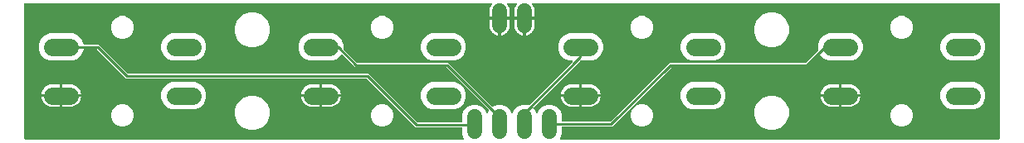
<source format=gbr>
G04 EAGLE Gerber RS-274X export*
G75*
%MOMM*%
%FSLAX34Y34*%
%LPD*%
%INTop Copper*%
%IPPOS*%
%AMOC8*
5,1,8,0,0,1.08239X$1,22.5*%
G01*
%ADD10C,1.790700*%
%ADD11C,1.524000*%
%ADD12C,0.250000*%

G36*
X450451Y2508D02*
X450451Y2508D01*
X450496Y2506D01*
X450571Y2528D01*
X450648Y2540D01*
X450689Y2562D01*
X450733Y2575D01*
X450797Y2619D01*
X450865Y2656D01*
X450897Y2689D01*
X450935Y2715D01*
X450981Y2778D01*
X451035Y2834D01*
X451054Y2876D01*
X451081Y2912D01*
X451106Y2986D01*
X451138Y3057D01*
X451143Y3103D01*
X451158Y3146D01*
X451157Y3224D01*
X451165Y3301D01*
X451156Y3346D01*
X451155Y3392D01*
X451117Y3524D01*
X451113Y3542D01*
X451111Y3546D01*
X451109Y3553D01*
X449279Y7970D01*
X449279Y14488D01*
X449276Y14508D01*
X449278Y14527D01*
X449256Y14629D01*
X449240Y14731D01*
X449230Y14748D01*
X449226Y14768D01*
X449173Y14857D01*
X449124Y14948D01*
X449110Y14962D01*
X449100Y14979D01*
X449021Y15046D01*
X448946Y15118D01*
X448928Y15126D01*
X448913Y15139D01*
X448817Y15178D01*
X448723Y15221D01*
X448703Y15223D01*
X448685Y15231D01*
X448518Y15249D01*
X401568Y15249D01*
X351791Y65026D01*
X351717Y65079D01*
X351647Y65139D01*
X351617Y65151D01*
X351591Y65170D01*
X351504Y65197D01*
X351419Y65231D01*
X351378Y65235D01*
X351356Y65242D01*
X351324Y65241D01*
X351252Y65249D01*
X106568Y65249D01*
X76899Y94918D01*
X76825Y94971D01*
X76755Y95031D01*
X76725Y95043D01*
X76699Y95062D01*
X76612Y95089D01*
X76527Y95123D01*
X76486Y95127D01*
X76464Y95134D01*
X76432Y95133D01*
X76360Y95141D01*
X63650Y95141D01*
X63535Y95122D01*
X63419Y95105D01*
X63413Y95103D01*
X63407Y95102D01*
X63304Y95047D01*
X63200Y94994D01*
X63195Y94989D01*
X63190Y94986D01*
X63110Y94902D01*
X63027Y94818D01*
X63024Y94812D01*
X63020Y94808D01*
X63012Y94791D01*
X62946Y94671D01*
X60799Y89488D01*
X56874Y85562D01*
X51745Y83438D01*
X28287Y83438D01*
X23158Y85562D01*
X19233Y89488D01*
X17108Y94616D01*
X17108Y100168D01*
X19233Y105296D01*
X23158Y109222D01*
X28287Y111346D01*
X51745Y111346D01*
X56874Y109222D01*
X60799Y105296D01*
X62946Y100113D01*
X63008Y100013D01*
X63068Y99913D01*
X63073Y99909D01*
X63076Y99904D01*
X63167Y99829D01*
X63255Y99753D01*
X63261Y99751D01*
X63266Y99747D01*
X63374Y99705D01*
X63483Y99661D01*
X63491Y99660D01*
X63495Y99659D01*
X63513Y99658D01*
X63650Y99643D01*
X78540Y99643D01*
X108209Y69974D01*
X108283Y69921D01*
X108353Y69861D01*
X108383Y69849D01*
X108409Y69830D01*
X108496Y69803D01*
X108581Y69769D01*
X108622Y69765D01*
X108644Y69758D01*
X108676Y69759D01*
X108748Y69751D01*
X353432Y69751D01*
X403209Y19974D01*
X403283Y19921D01*
X403353Y19861D01*
X403383Y19849D01*
X403409Y19830D01*
X403496Y19803D01*
X403581Y19769D01*
X403622Y19765D01*
X403644Y19758D01*
X403676Y19759D01*
X403748Y19751D01*
X448518Y19751D01*
X448538Y19754D01*
X448557Y19752D01*
X448659Y19774D01*
X448761Y19790D01*
X448778Y19800D01*
X448798Y19804D01*
X448887Y19857D01*
X448978Y19906D01*
X448992Y19920D01*
X449009Y19930D01*
X449076Y20009D01*
X449148Y20084D01*
X449156Y20102D01*
X449169Y20117D01*
X449208Y20213D01*
X449251Y20307D01*
X449253Y20327D01*
X449261Y20345D01*
X449279Y20512D01*
X449279Y28230D01*
X451201Y32869D01*
X454751Y36419D01*
X459390Y38341D01*
X464410Y38341D01*
X469049Y36419D01*
X472599Y32869D01*
X473897Y29737D01*
X473934Y29676D01*
X473964Y29611D01*
X473999Y29572D01*
X474026Y29528D01*
X474081Y29482D01*
X474130Y29429D01*
X474176Y29404D01*
X474216Y29371D01*
X474283Y29345D01*
X474346Y29311D01*
X474397Y29302D01*
X474445Y29283D01*
X474517Y29280D01*
X474588Y29267D01*
X474639Y29275D01*
X474691Y29273D01*
X474760Y29292D01*
X474831Y29303D01*
X474877Y29327D01*
X474927Y29341D01*
X474986Y29382D01*
X475050Y29414D01*
X475087Y29452D01*
X475129Y29481D01*
X475172Y29539D01*
X475222Y29590D01*
X475257Y29653D01*
X475276Y29679D01*
X475283Y29701D01*
X475303Y29737D01*
X476435Y32468D01*
X476461Y32581D01*
X476490Y32695D01*
X476489Y32701D01*
X476491Y32707D01*
X476480Y32824D01*
X476471Y32940D01*
X476468Y32946D01*
X476468Y32952D01*
X476420Y33060D01*
X476374Y33167D01*
X476370Y33172D01*
X476368Y33177D01*
X476355Y33191D01*
X476269Y33298D01*
X433291Y76276D01*
X433217Y76329D01*
X433147Y76389D01*
X433117Y76401D01*
X433091Y76420D01*
X433004Y76447D01*
X432919Y76481D01*
X432878Y76485D01*
X432856Y76492D01*
X432824Y76491D01*
X432752Y76499D01*
X340318Y76499D01*
X327053Y89764D01*
X327016Y89791D01*
X326985Y89825D01*
X326916Y89862D01*
X326853Y89907D01*
X326810Y89921D01*
X326769Y89943D01*
X326693Y89957D01*
X326618Y89980D01*
X326572Y89979D01*
X326527Y89987D01*
X326450Y89975D01*
X326372Y89973D01*
X326329Y89958D01*
X326284Y89951D01*
X326215Y89916D01*
X326141Y89889D01*
X326105Y89860D01*
X326065Y89839D01*
X326010Y89784D01*
X325949Y89735D01*
X325924Y89697D01*
X325892Y89664D01*
X325827Y89544D01*
X325816Y89528D01*
X325815Y89523D01*
X325811Y89517D01*
X325799Y89487D01*
X321874Y85562D01*
X316745Y83438D01*
X293287Y83438D01*
X288158Y85562D01*
X284233Y89488D01*
X282108Y94616D01*
X282108Y100168D01*
X284233Y105296D01*
X288158Y109222D01*
X293287Y111346D01*
X316745Y111346D01*
X321874Y109222D01*
X325799Y105296D01*
X327924Y100168D01*
X327924Y95575D01*
X327938Y95485D01*
X327946Y95394D01*
X327958Y95364D01*
X327963Y95332D01*
X328006Y95251D01*
X328042Y95167D01*
X328068Y95135D01*
X328079Y95114D01*
X328102Y95092D01*
X328147Y95036D01*
X341959Y81224D01*
X342033Y81171D01*
X342103Y81111D01*
X342133Y81099D01*
X342159Y81080D01*
X342246Y81053D01*
X342331Y81019D01*
X342372Y81015D01*
X342394Y81008D01*
X342426Y81009D01*
X342498Y81001D01*
X434932Y81001D01*
X436474Y79459D01*
X479341Y36592D01*
X479435Y36525D01*
X479529Y36454D01*
X479535Y36452D01*
X479540Y36449D01*
X479651Y36415D01*
X479763Y36378D01*
X479769Y36378D01*
X479775Y36376D01*
X479892Y36379D01*
X480009Y36381D01*
X480016Y36383D01*
X480021Y36383D01*
X480039Y36389D01*
X480170Y36427D01*
X484790Y38341D01*
X489810Y38341D01*
X494449Y36419D01*
X497999Y32869D01*
X499297Y29737D01*
X499334Y29676D01*
X499364Y29611D01*
X499399Y29572D01*
X499426Y29528D01*
X499481Y29482D01*
X499530Y29429D01*
X499576Y29404D01*
X499616Y29371D01*
X499683Y29345D01*
X499746Y29311D01*
X499797Y29302D01*
X499845Y29283D01*
X499917Y29280D01*
X499988Y29267D01*
X500039Y29275D01*
X500091Y29273D01*
X500160Y29292D01*
X500231Y29303D01*
X500277Y29327D01*
X500327Y29341D01*
X500386Y29382D01*
X500450Y29414D01*
X500487Y29452D01*
X500529Y29481D01*
X500572Y29539D01*
X500622Y29590D01*
X500657Y29653D01*
X500676Y29679D01*
X500683Y29701D01*
X500703Y29737D01*
X502001Y32869D01*
X505551Y36419D01*
X510190Y38341D01*
X515210Y38341D01*
X516825Y37672D01*
X516938Y37645D01*
X517052Y37617D01*
X517058Y37617D01*
X517064Y37616D01*
X517181Y37627D01*
X517297Y37636D01*
X517303Y37638D01*
X517309Y37639D01*
X517416Y37687D01*
X517523Y37732D01*
X517529Y37737D01*
X517534Y37739D01*
X517547Y37752D01*
X517654Y37837D01*
X561955Y82138D01*
X561997Y82196D01*
X562046Y82248D01*
X562068Y82296D01*
X562099Y82338D01*
X562120Y82406D01*
X562150Y82472D01*
X562156Y82523D01*
X562171Y82573D01*
X562169Y82645D01*
X562177Y82716D01*
X562166Y82767D01*
X562165Y82819D01*
X562140Y82886D01*
X562125Y82956D01*
X562098Y83001D01*
X562080Y83050D01*
X562035Y83106D01*
X561999Y83167D01*
X561959Y83201D01*
X561927Y83242D01*
X561866Y83281D01*
X561812Y83327D01*
X561763Y83347D01*
X561720Y83375D01*
X561650Y83392D01*
X561584Y83419D01*
X561512Y83427D01*
X561481Y83435D01*
X561458Y83433D01*
X561417Y83438D01*
X558287Y83438D01*
X553158Y85562D01*
X549233Y89488D01*
X547108Y94616D01*
X547108Y100168D01*
X549233Y105296D01*
X553158Y109222D01*
X558287Y111346D01*
X581745Y111346D01*
X586874Y109222D01*
X590799Y105296D01*
X592924Y100168D01*
X592924Y94616D01*
X590799Y89488D01*
X586874Y85562D01*
X581745Y83438D01*
X569936Y83438D01*
X569846Y83423D01*
X569755Y83416D01*
X569725Y83403D01*
X569693Y83398D01*
X569613Y83355D01*
X569529Y83320D01*
X569497Y83294D01*
X569476Y83283D01*
X569454Y83260D01*
X569398Y83215D01*
X521764Y35581D01*
X521752Y35565D01*
X521737Y35552D01*
X521681Y35465D01*
X521620Y35381D01*
X521615Y35362D01*
X521604Y35345D01*
X521578Y35245D01*
X521548Y35146D01*
X521549Y35126D01*
X521544Y35107D01*
X521552Y35004D01*
X521554Y34900D01*
X521561Y34881D01*
X521563Y34862D01*
X521603Y34767D01*
X521639Y34669D01*
X521651Y34654D01*
X521659Y34635D01*
X521764Y34504D01*
X523399Y32869D01*
X524697Y29737D01*
X524734Y29676D01*
X524764Y29611D01*
X524799Y29572D01*
X524826Y29528D01*
X524881Y29482D01*
X524930Y29429D01*
X524976Y29404D01*
X525016Y29371D01*
X525083Y29345D01*
X525146Y29311D01*
X525197Y29302D01*
X525245Y29283D01*
X525317Y29280D01*
X525388Y29267D01*
X525439Y29275D01*
X525491Y29273D01*
X525560Y29292D01*
X525631Y29303D01*
X525677Y29327D01*
X525727Y29341D01*
X525786Y29382D01*
X525850Y29414D01*
X525887Y29452D01*
X525929Y29481D01*
X525972Y29539D01*
X526022Y29590D01*
X526057Y29653D01*
X526076Y29679D01*
X526083Y29701D01*
X526103Y29737D01*
X527401Y32869D01*
X530951Y36419D01*
X535590Y38341D01*
X540610Y38341D01*
X545249Y36419D01*
X548799Y32869D01*
X550721Y28230D01*
X550721Y21387D01*
X550724Y21367D01*
X550722Y21348D01*
X550744Y21246D01*
X550760Y21144D01*
X550770Y21127D01*
X550774Y21107D01*
X550827Y21018D01*
X550876Y20927D01*
X550890Y20913D01*
X550900Y20896D01*
X550979Y20829D01*
X551054Y20757D01*
X551072Y20749D01*
X551087Y20736D01*
X551183Y20697D01*
X551277Y20654D01*
X551297Y20652D01*
X551315Y20644D01*
X551482Y20626D01*
X599877Y20626D01*
X599967Y20640D01*
X600058Y20648D01*
X600088Y20660D01*
X600120Y20665D01*
X600201Y20708D01*
X600285Y20744D01*
X600317Y20770D01*
X600338Y20781D01*
X600360Y20804D01*
X600416Y20849D01*
X660568Y81001D01*
X799377Y81001D01*
X799467Y81015D01*
X799558Y81023D01*
X799588Y81035D01*
X799620Y81040D01*
X799701Y81083D01*
X799785Y81119D01*
X799817Y81145D01*
X799838Y81156D01*
X799860Y81179D01*
X799916Y81224D01*
X812100Y93408D01*
X812168Y93502D01*
X812238Y93597D01*
X812240Y93603D01*
X812244Y93608D01*
X812278Y93719D01*
X812314Y93831D01*
X812314Y93837D01*
X812316Y93843D01*
X812313Y93960D01*
X812312Y94077D01*
X812310Y94084D01*
X812310Y94089D01*
X812303Y94106D01*
X812265Y94238D01*
X812108Y94616D01*
X812108Y100168D01*
X814233Y105296D01*
X818158Y109222D01*
X823287Y111346D01*
X846745Y111346D01*
X851874Y109222D01*
X855799Y105296D01*
X857924Y100168D01*
X857924Y94616D01*
X855799Y89488D01*
X851874Y85562D01*
X846745Y83438D01*
X823287Y83438D01*
X818158Y85562D01*
X814927Y88793D01*
X814911Y88804D01*
X814899Y88820D01*
X814812Y88876D01*
X814728Y88936D01*
X814709Y88942D01*
X814692Y88953D01*
X814591Y88978D01*
X814493Y89009D01*
X814473Y89008D01*
X814453Y89013D01*
X814350Y89005D01*
X814247Y89002D01*
X814228Y88995D01*
X814208Y88994D01*
X814113Y88954D01*
X814016Y88918D01*
X814000Y88905D01*
X813982Y88898D01*
X813851Y88793D01*
X801557Y76499D01*
X662748Y76499D01*
X662658Y76485D01*
X662567Y76477D01*
X662537Y76465D01*
X662505Y76460D01*
X662424Y76417D01*
X662340Y76381D01*
X662308Y76355D01*
X662287Y76344D01*
X662265Y76321D01*
X662209Y76276D01*
X602057Y16124D01*
X551482Y16124D01*
X551462Y16121D01*
X551443Y16123D01*
X551341Y16101D01*
X551239Y16085D01*
X551222Y16075D01*
X551202Y16071D01*
X551113Y16018D01*
X551022Y15969D01*
X551008Y15955D01*
X550991Y15945D01*
X550924Y15866D01*
X550852Y15791D01*
X550844Y15773D01*
X550831Y15758D01*
X550792Y15662D01*
X550749Y15568D01*
X550747Y15548D01*
X550739Y15530D01*
X550721Y15363D01*
X550721Y7970D01*
X548891Y3553D01*
X548881Y3509D01*
X548862Y3467D01*
X548853Y3390D01*
X548835Y3314D01*
X548840Y3268D01*
X548835Y3223D01*
X548851Y3146D01*
X548858Y3069D01*
X548877Y3027D01*
X548887Y2982D01*
X548927Y2915D01*
X548958Y2844D01*
X548989Y2810D01*
X549013Y2771D01*
X549072Y2720D01*
X549125Y2663D01*
X549165Y2641D01*
X549200Y2611D01*
X549272Y2582D01*
X549340Y2545D01*
X549385Y2536D01*
X549428Y2519D01*
X549564Y2504D01*
X549582Y2501D01*
X549587Y2502D01*
X549595Y2501D01*
X996738Y2501D01*
X996758Y2504D01*
X996777Y2502D01*
X996879Y2524D01*
X996981Y2540D01*
X996998Y2550D01*
X997018Y2554D01*
X997107Y2607D01*
X997198Y2656D01*
X997212Y2670D01*
X997229Y2680D01*
X997296Y2759D01*
X997368Y2834D01*
X997376Y2852D01*
X997389Y2867D01*
X997428Y2963D01*
X997471Y3057D01*
X997473Y3077D01*
X997481Y3095D01*
X997499Y3262D01*
X997499Y141738D01*
X997496Y141758D01*
X997498Y141777D01*
X997476Y141879D01*
X997460Y141981D01*
X997450Y141998D01*
X997446Y142018D01*
X997393Y142107D01*
X997344Y142198D01*
X997330Y142212D01*
X997320Y142229D01*
X997241Y142296D01*
X997166Y142368D01*
X997148Y142376D01*
X997133Y142389D01*
X997037Y142428D01*
X996943Y142471D01*
X996923Y142473D01*
X996905Y142481D01*
X996738Y142499D01*
X520871Y142499D01*
X520801Y142488D01*
X520729Y142486D01*
X520680Y142468D01*
X520629Y142460D01*
X520565Y142426D01*
X520498Y142401D01*
X520457Y142369D01*
X520411Y142344D01*
X520362Y142293D01*
X520306Y142248D01*
X520278Y142204D01*
X520242Y142166D01*
X520212Y142101D01*
X520173Y142041D01*
X520160Y141990D01*
X520138Y141943D01*
X520130Y141872D01*
X520113Y141802D01*
X520117Y141750D01*
X520111Y141699D01*
X520126Y141628D01*
X520132Y141557D01*
X520152Y141509D01*
X520163Y141458D01*
X520200Y141397D01*
X520228Y141331D01*
X520273Y141275D01*
X520290Y141247D01*
X520307Y141232D01*
X520333Y141200D01*
X520420Y141113D01*
X521356Y139824D01*
X522079Y138405D01*
X522572Y136890D01*
X522821Y135317D01*
X522821Y128423D01*
X513462Y128423D01*
X513442Y128420D01*
X513423Y128422D01*
X513321Y128400D01*
X513219Y128383D01*
X513202Y128374D01*
X513182Y128370D01*
X513093Y128317D01*
X513002Y128268D01*
X512988Y128254D01*
X512971Y128244D01*
X512904Y128165D01*
X512833Y128090D01*
X512824Y128072D01*
X512811Y128057D01*
X512773Y127961D01*
X512729Y127867D01*
X512727Y127847D01*
X512719Y127829D01*
X512701Y127662D01*
X512701Y126899D01*
X512699Y126899D01*
X512699Y127662D01*
X512696Y127682D01*
X512698Y127701D01*
X512676Y127803D01*
X512659Y127905D01*
X512650Y127922D01*
X512646Y127942D01*
X512593Y128031D01*
X512544Y128122D01*
X512530Y128136D01*
X512520Y128153D01*
X512441Y128220D01*
X512366Y128291D01*
X512348Y128300D01*
X512333Y128313D01*
X512237Y128352D01*
X512143Y128395D01*
X512123Y128397D01*
X512105Y128405D01*
X511938Y128423D01*
X502579Y128423D01*
X502579Y135317D01*
X502828Y136890D01*
X503321Y138405D01*
X504044Y139824D01*
X504980Y141113D01*
X505067Y141200D01*
X505109Y141258D01*
X505158Y141310D01*
X505180Y141357D01*
X505210Y141399D01*
X505231Y141468D01*
X505262Y141533D01*
X505267Y141585D01*
X505283Y141634D01*
X505281Y141706D01*
X505289Y141777D01*
X505278Y141828D01*
X505276Y141880D01*
X505252Y141948D01*
X505237Y142018D01*
X505210Y142063D01*
X505192Y142111D01*
X505147Y142167D01*
X505110Y142229D01*
X505071Y142263D01*
X505038Y142303D01*
X504978Y142342D01*
X504923Y142389D01*
X504875Y142408D01*
X504831Y142436D01*
X504762Y142454D01*
X504695Y142481D01*
X504624Y142489D01*
X504593Y142497D01*
X504570Y142495D01*
X504529Y142499D01*
X495471Y142499D01*
X495401Y142488D01*
X495329Y142486D01*
X495280Y142468D01*
X495229Y142460D01*
X495165Y142426D01*
X495098Y142401D01*
X495057Y142369D01*
X495011Y142344D01*
X494962Y142293D01*
X494906Y142248D01*
X494878Y142204D01*
X494842Y142166D01*
X494812Y142101D01*
X494773Y142041D01*
X494760Y141990D01*
X494738Y141943D01*
X494730Y141872D01*
X494713Y141802D01*
X494717Y141750D01*
X494711Y141699D01*
X494726Y141628D01*
X494732Y141557D01*
X494752Y141509D01*
X494763Y141458D01*
X494800Y141397D01*
X494828Y141331D01*
X494873Y141275D01*
X494890Y141247D01*
X494907Y141232D01*
X494933Y141200D01*
X495020Y141113D01*
X495956Y139824D01*
X496679Y138405D01*
X497172Y136890D01*
X497421Y135317D01*
X497421Y128423D01*
X488062Y128423D01*
X488042Y128420D01*
X488023Y128422D01*
X487921Y128400D01*
X487819Y128383D01*
X487802Y128374D01*
X487782Y128370D01*
X487693Y128317D01*
X487602Y128268D01*
X487588Y128254D01*
X487571Y128244D01*
X487504Y128165D01*
X487433Y128090D01*
X487424Y128072D01*
X487411Y128057D01*
X487373Y127961D01*
X487329Y127867D01*
X487327Y127847D01*
X487319Y127829D01*
X487301Y127662D01*
X487301Y126899D01*
X487299Y126899D01*
X487299Y127662D01*
X487296Y127682D01*
X487298Y127701D01*
X487276Y127803D01*
X487259Y127905D01*
X487250Y127922D01*
X487246Y127942D01*
X487193Y128031D01*
X487144Y128122D01*
X487130Y128136D01*
X487120Y128153D01*
X487041Y128220D01*
X486966Y128291D01*
X486948Y128300D01*
X486933Y128313D01*
X486837Y128352D01*
X486743Y128395D01*
X486723Y128397D01*
X486705Y128405D01*
X486538Y128423D01*
X477179Y128423D01*
X477179Y135317D01*
X477428Y136890D01*
X477921Y138405D01*
X478644Y139824D01*
X479580Y141113D01*
X479667Y141200D01*
X479709Y141258D01*
X479758Y141310D01*
X479780Y141357D01*
X479810Y141399D01*
X479831Y141468D01*
X479862Y141533D01*
X479867Y141585D01*
X479883Y141634D01*
X479881Y141706D01*
X479889Y141777D01*
X479878Y141828D01*
X479876Y141880D01*
X479852Y141948D01*
X479837Y142018D01*
X479810Y142063D01*
X479792Y142111D01*
X479747Y142167D01*
X479710Y142229D01*
X479671Y142263D01*
X479638Y142303D01*
X479578Y142342D01*
X479523Y142389D01*
X479475Y142408D01*
X479431Y142436D01*
X479362Y142454D01*
X479295Y142481D01*
X479224Y142489D01*
X479193Y142497D01*
X479170Y142495D01*
X479129Y142499D01*
X3262Y142499D01*
X3242Y142496D01*
X3223Y142498D01*
X3121Y142476D01*
X3019Y142460D01*
X3002Y142450D01*
X2982Y142446D01*
X2893Y142393D01*
X2802Y142344D01*
X2788Y142330D01*
X2771Y142320D01*
X2704Y142241D01*
X2632Y142166D01*
X2624Y142148D01*
X2611Y142133D01*
X2572Y142037D01*
X2529Y141943D01*
X2527Y141923D01*
X2519Y141905D01*
X2501Y141738D01*
X2501Y3262D01*
X2504Y3242D01*
X2502Y3223D01*
X2524Y3121D01*
X2540Y3019D01*
X2550Y3002D01*
X2554Y2982D01*
X2607Y2893D01*
X2656Y2802D01*
X2670Y2788D01*
X2680Y2771D01*
X2759Y2704D01*
X2834Y2632D01*
X2852Y2624D01*
X2867Y2611D01*
X2963Y2572D01*
X3057Y2529D01*
X3077Y2527D01*
X3095Y2519D01*
X3262Y2501D01*
X450405Y2501D01*
X450451Y2508D01*
G37*
%LPC*%
G36*
X418255Y83438D02*
X418255Y83438D01*
X413126Y85562D01*
X409201Y89488D01*
X407076Y94616D01*
X407076Y100168D01*
X409201Y105296D01*
X413126Y109222D01*
X418255Y111346D01*
X441713Y111346D01*
X446842Y109222D01*
X450767Y105296D01*
X452892Y100168D01*
X452892Y94616D01*
X450767Y89488D01*
X446842Y85562D01*
X441713Y83438D01*
X418255Y83438D01*
G37*
%LPD*%
%LPC*%
G36*
X153255Y83438D02*
X153255Y83438D01*
X148126Y85562D01*
X144201Y89488D01*
X142076Y94616D01*
X142076Y100168D01*
X144201Y105296D01*
X148126Y109222D01*
X153255Y111346D01*
X176713Y111346D01*
X181842Y109222D01*
X185767Y105296D01*
X187892Y100168D01*
X187892Y94616D01*
X185767Y89488D01*
X181842Y85562D01*
X176713Y83438D01*
X153255Y83438D01*
G37*
%LPD*%
%LPC*%
G36*
X948255Y83438D02*
X948255Y83438D01*
X943126Y85562D01*
X939201Y89488D01*
X937076Y94616D01*
X937076Y100168D01*
X939201Y105296D01*
X943126Y109222D01*
X948255Y111346D01*
X971713Y111346D01*
X976842Y109222D01*
X980767Y105296D01*
X982892Y100168D01*
X982892Y94616D01*
X980767Y89488D01*
X976842Y85562D01*
X971713Y83438D01*
X948255Y83438D01*
G37*
%LPD*%
%LPC*%
G36*
X683255Y83438D02*
X683255Y83438D01*
X678126Y85562D01*
X674201Y89488D01*
X672076Y94616D01*
X672076Y100168D01*
X674201Y105296D01*
X678126Y109222D01*
X683255Y111346D01*
X706713Y111346D01*
X711842Y109222D01*
X715767Y105296D01*
X717892Y100168D01*
X717892Y94616D01*
X715767Y89488D01*
X711842Y85562D01*
X706713Y83438D01*
X683255Y83438D01*
G37*
%LPD*%
%LPC*%
G36*
X418255Y33654D02*
X418255Y33654D01*
X413126Y35778D01*
X409201Y39704D01*
X407076Y44832D01*
X407076Y50384D01*
X409201Y55512D01*
X413126Y59438D01*
X418255Y61562D01*
X441713Y61562D01*
X446842Y59438D01*
X450767Y55512D01*
X452892Y50384D01*
X452892Y44832D01*
X450767Y39704D01*
X446842Y35778D01*
X441713Y33654D01*
X418255Y33654D01*
G37*
%LPD*%
%LPC*%
G36*
X153255Y33654D02*
X153255Y33654D01*
X148126Y35778D01*
X144201Y39704D01*
X142076Y44832D01*
X142076Y50384D01*
X144201Y55512D01*
X148126Y59438D01*
X153255Y61562D01*
X176713Y61562D01*
X181842Y59438D01*
X185767Y55512D01*
X187892Y50384D01*
X187892Y44832D01*
X185767Y39704D01*
X181842Y35778D01*
X176713Y33654D01*
X153255Y33654D01*
G37*
%LPD*%
%LPC*%
G36*
X948255Y33654D02*
X948255Y33654D01*
X943126Y35778D01*
X939201Y39704D01*
X937076Y44832D01*
X937076Y50384D01*
X939201Y55512D01*
X943126Y59438D01*
X948255Y61562D01*
X971713Y61562D01*
X976842Y59438D01*
X980767Y55512D01*
X982892Y50384D01*
X982892Y44832D01*
X980767Y39704D01*
X976842Y35778D01*
X971713Y33654D01*
X948255Y33654D01*
G37*
%LPD*%
%LPC*%
G36*
X683255Y33654D02*
X683255Y33654D01*
X678126Y35778D01*
X674201Y39704D01*
X672076Y44832D01*
X672076Y50384D01*
X674201Y55512D01*
X678126Y59438D01*
X683255Y61562D01*
X706713Y61562D01*
X711842Y59438D01*
X715767Y55512D01*
X717892Y50384D01*
X717892Y44832D01*
X715767Y39704D01*
X711842Y35778D01*
X706713Y33654D01*
X683255Y33654D01*
G37*
%LPD*%
%LPC*%
G36*
X761519Y97499D02*
X761519Y97499D01*
X755087Y100164D01*
X750164Y105087D01*
X747499Y111519D01*
X747499Y118481D01*
X750164Y124913D01*
X755087Y129836D01*
X761519Y132501D01*
X768481Y132501D01*
X774913Y129836D01*
X779836Y124913D01*
X782501Y118481D01*
X782501Y111519D01*
X779836Y105087D01*
X774913Y100164D01*
X768481Y97499D01*
X761519Y97499D01*
G37*
%LPD*%
%LPC*%
G36*
X231519Y97499D02*
X231519Y97499D01*
X225087Y100164D01*
X220164Y105087D01*
X217499Y111519D01*
X217499Y118481D01*
X220164Y124913D01*
X225087Y129836D01*
X231519Y132501D01*
X238481Y132501D01*
X244913Y129836D01*
X249836Y124913D01*
X252501Y118481D01*
X252501Y111519D01*
X249836Y105087D01*
X244913Y100164D01*
X238481Y97499D01*
X231519Y97499D01*
G37*
%LPD*%
%LPC*%
G36*
X231519Y12499D02*
X231519Y12499D01*
X225087Y15164D01*
X220164Y20087D01*
X217499Y26519D01*
X217499Y33481D01*
X220164Y39913D01*
X225087Y44836D01*
X231519Y47501D01*
X238481Y47501D01*
X244913Y44836D01*
X249836Y39913D01*
X252501Y33481D01*
X252501Y26519D01*
X249836Y20087D01*
X244913Y15164D01*
X238481Y12499D01*
X231519Y12499D01*
G37*
%LPD*%
%LPC*%
G36*
X761519Y12499D02*
X761519Y12499D01*
X755087Y15164D01*
X750164Y20087D01*
X747499Y26519D01*
X747499Y33481D01*
X750164Y39913D01*
X755087Y44836D01*
X761519Y47501D01*
X768481Y47501D01*
X774913Y44836D01*
X779836Y39913D01*
X782501Y33481D01*
X782501Y26519D01*
X779836Y20087D01*
X774913Y15164D01*
X768481Y12499D01*
X761519Y12499D01*
G37*
%LPD*%
%LPC*%
G36*
X100209Y105940D02*
X100209Y105940D01*
X95976Y107694D01*
X92736Y110934D01*
X90982Y115167D01*
X90982Y119749D01*
X92736Y123982D01*
X95976Y127222D01*
X100209Y128976D01*
X104791Y128976D01*
X109024Y127222D01*
X112264Y123982D01*
X114018Y119749D01*
X114018Y115167D01*
X112264Y110934D01*
X109024Y107694D01*
X104791Y105940D01*
X100209Y105940D01*
G37*
%LPD*%
%LPC*%
G36*
X630209Y105940D02*
X630209Y105940D01*
X625976Y107694D01*
X622736Y110934D01*
X620982Y115167D01*
X620982Y119749D01*
X622736Y123982D01*
X625976Y127222D01*
X630209Y128976D01*
X634791Y128976D01*
X639024Y127222D01*
X642264Y123982D01*
X644018Y119749D01*
X644018Y115167D01*
X642264Y110934D01*
X639024Y107694D01*
X634791Y105940D01*
X630209Y105940D01*
G37*
%LPD*%
%LPC*%
G36*
X895209Y105940D02*
X895209Y105940D01*
X890976Y107694D01*
X887736Y110934D01*
X885982Y115167D01*
X885982Y119749D01*
X887736Y123982D01*
X890976Y127222D01*
X895209Y128976D01*
X899791Y128976D01*
X904024Y127222D01*
X907264Y123982D01*
X909018Y119749D01*
X909018Y115167D01*
X907264Y110934D01*
X904024Y107694D01*
X899791Y105940D01*
X895209Y105940D01*
G37*
%LPD*%
%LPC*%
G36*
X365209Y105940D02*
X365209Y105940D01*
X360976Y107694D01*
X357736Y110934D01*
X355982Y115167D01*
X355982Y119749D01*
X357736Y123982D01*
X360976Y127222D01*
X365209Y128976D01*
X369791Y128976D01*
X374024Y127222D01*
X377264Y123982D01*
X379018Y119749D01*
X379018Y115167D01*
X377264Y110934D01*
X374024Y107694D01*
X369791Y105940D01*
X365209Y105940D01*
G37*
%LPD*%
%LPC*%
G36*
X100209Y16024D02*
X100209Y16024D01*
X95976Y17778D01*
X92736Y21018D01*
X90982Y25251D01*
X90982Y29833D01*
X92736Y34066D01*
X95976Y37306D01*
X100209Y39060D01*
X104791Y39060D01*
X109024Y37306D01*
X112264Y34066D01*
X114018Y29833D01*
X114018Y25251D01*
X112264Y21018D01*
X109024Y17778D01*
X104791Y16024D01*
X100209Y16024D01*
G37*
%LPD*%
%LPC*%
G36*
X365209Y16024D02*
X365209Y16024D01*
X360976Y17778D01*
X357736Y21018D01*
X355982Y25251D01*
X355982Y29833D01*
X357736Y34066D01*
X360976Y37306D01*
X365209Y39060D01*
X369791Y39060D01*
X374024Y37306D01*
X377264Y34066D01*
X379018Y29833D01*
X379018Y25251D01*
X377264Y21018D01*
X374024Y17778D01*
X369791Y16024D01*
X365209Y16024D01*
G37*
%LPD*%
%LPC*%
G36*
X630209Y16024D02*
X630209Y16024D01*
X625976Y17778D01*
X622736Y21018D01*
X620982Y25251D01*
X620982Y29833D01*
X622736Y34066D01*
X625976Y37306D01*
X630209Y39060D01*
X634791Y39060D01*
X639024Y37306D01*
X642264Y34066D01*
X644018Y29833D01*
X644018Y25251D01*
X642264Y21018D01*
X639024Y17778D01*
X634791Y16024D01*
X630209Y16024D01*
G37*
%LPD*%
%LPC*%
G36*
X895209Y16024D02*
X895209Y16024D01*
X890976Y17778D01*
X887736Y21018D01*
X885982Y25251D01*
X885982Y29833D01*
X887736Y34066D01*
X890976Y37306D01*
X895209Y39060D01*
X899791Y39060D01*
X904024Y37306D01*
X907264Y34066D01*
X909018Y29833D01*
X909018Y25251D01*
X907264Y21018D01*
X904024Y17778D01*
X899791Y16024D01*
X895209Y16024D01*
G37*
%LPD*%
%LPC*%
G36*
X571539Y49131D02*
X571539Y49131D01*
X571539Y59062D01*
X579871Y59062D01*
X581652Y58780D01*
X583366Y58223D01*
X584973Y57405D01*
X586431Y56345D01*
X587706Y55070D01*
X588766Y53611D01*
X589585Y52005D01*
X590142Y50290D01*
X590325Y49131D01*
X571539Y49131D01*
G37*
%LPD*%
%LPC*%
G36*
X836539Y49131D02*
X836539Y49131D01*
X836539Y59062D01*
X844871Y59062D01*
X846652Y58780D01*
X848366Y58223D01*
X849973Y57405D01*
X851431Y56345D01*
X852706Y55070D01*
X853766Y53611D01*
X854585Y52005D01*
X855142Y50290D01*
X855325Y49131D01*
X836539Y49131D01*
G37*
%LPD*%
%LPC*%
G36*
X41539Y49131D02*
X41539Y49131D01*
X41539Y59062D01*
X49871Y59062D01*
X51652Y58780D01*
X53366Y58223D01*
X54973Y57405D01*
X56431Y56345D01*
X57706Y55070D01*
X58766Y53611D01*
X59585Y52005D01*
X60142Y50290D01*
X60325Y49131D01*
X41539Y49131D01*
G37*
%LPD*%
%LPC*%
G36*
X306539Y49131D02*
X306539Y49131D01*
X306539Y59062D01*
X314871Y59062D01*
X316652Y58780D01*
X318366Y58223D01*
X319973Y57405D01*
X321431Y56345D01*
X322706Y55070D01*
X323766Y53611D01*
X324585Y52005D01*
X325142Y50290D01*
X325325Y49131D01*
X306539Y49131D01*
G37*
%LPD*%
%LPC*%
G36*
X284707Y49131D02*
X284707Y49131D01*
X284890Y50290D01*
X285447Y52005D01*
X286266Y53611D01*
X287326Y55070D01*
X288601Y56345D01*
X290059Y57405D01*
X291666Y58223D01*
X293380Y58780D01*
X295161Y59062D01*
X303493Y59062D01*
X303493Y49131D01*
X284707Y49131D01*
G37*
%LPD*%
%LPC*%
G36*
X19707Y49131D02*
X19707Y49131D01*
X19890Y50290D01*
X20447Y52005D01*
X21266Y53611D01*
X22326Y55070D01*
X23601Y56345D01*
X25059Y57405D01*
X26666Y58223D01*
X28380Y58780D01*
X30161Y59062D01*
X38493Y59062D01*
X38493Y49131D01*
X19707Y49131D01*
G37*
%LPD*%
%LPC*%
G36*
X549707Y49131D02*
X549707Y49131D01*
X549890Y50290D01*
X550447Y52005D01*
X551266Y53611D01*
X552326Y55070D01*
X553601Y56345D01*
X555059Y57405D01*
X556666Y58223D01*
X558380Y58780D01*
X560161Y59062D01*
X568493Y59062D01*
X568493Y49131D01*
X549707Y49131D01*
G37*
%LPD*%
%LPC*%
G36*
X814707Y49131D02*
X814707Y49131D01*
X814890Y50290D01*
X815447Y52005D01*
X816266Y53611D01*
X817326Y55070D01*
X818601Y56345D01*
X820059Y57405D01*
X821666Y58223D01*
X823380Y58780D01*
X825161Y59062D01*
X833493Y59062D01*
X833493Y49131D01*
X814707Y49131D01*
G37*
%LPD*%
%LPC*%
G36*
X836539Y36154D02*
X836539Y36154D01*
X836539Y46085D01*
X855325Y46085D01*
X855142Y44926D01*
X854585Y43211D01*
X853766Y41605D01*
X852706Y40146D01*
X851431Y38871D01*
X849973Y37811D01*
X848366Y36993D01*
X846652Y36436D01*
X844871Y36154D01*
X836539Y36154D01*
G37*
%LPD*%
%LPC*%
G36*
X41539Y36154D02*
X41539Y36154D01*
X41539Y46085D01*
X60325Y46085D01*
X60142Y44926D01*
X59585Y43211D01*
X58766Y41605D01*
X57706Y40146D01*
X56431Y38871D01*
X54973Y37811D01*
X53366Y36993D01*
X51652Y36436D01*
X49871Y36154D01*
X41539Y36154D01*
G37*
%LPD*%
%LPC*%
G36*
X571539Y36154D02*
X571539Y36154D01*
X571539Y46085D01*
X590325Y46085D01*
X590142Y44926D01*
X589585Y43211D01*
X588766Y41605D01*
X587706Y40146D01*
X586431Y38871D01*
X584973Y37811D01*
X583366Y36993D01*
X581652Y36436D01*
X579871Y36154D01*
X571539Y36154D01*
G37*
%LPD*%
%LPC*%
G36*
X306539Y36154D02*
X306539Y36154D01*
X306539Y46085D01*
X325325Y46085D01*
X325142Y44926D01*
X324585Y43211D01*
X323766Y41605D01*
X322706Y40146D01*
X321431Y38871D01*
X319973Y37811D01*
X318366Y36993D01*
X316652Y36436D01*
X314871Y36154D01*
X306539Y36154D01*
G37*
%LPD*%
%LPC*%
G36*
X560161Y36154D02*
X560161Y36154D01*
X558380Y36436D01*
X556666Y36993D01*
X555059Y37811D01*
X553601Y38871D01*
X552326Y40146D01*
X551266Y41605D01*
X550447Y43211D01*
X549890Y44926D01*
X549707Y46085D01*
X568493Y46085D01*
X568493Y36154D01*
X560161Y36154D01*
G37*
%LPD*%
%LPC*%
G36*
X825161Y36154D02*
X825161Y36154D01*
X823380Y36436D01*
X821666Y36993D01*
X820059Y37811D01*
X818601Y38871D01*
X817326Y40146D01*
X816266Y41605D01*
X815447Y43211D01*
X814890Y44926D01*
X814707Y46085D01*
X833493Y46085D01*
X833493Y36154D01*
X825161Y36154D01*
G37*
%LPD*%
%LPC*%
G36*
X30161Y36154D02*
X30161Y36154D01*
X28380Y36436D01*
X26666Y36993D01*
X25059Y37811D01*
X23601Y38871D01*
X22326Y40146D01*
X21266Y41605D01*
X20447Y43211D01*
X19890Y44926D01*
X19707Y46085D01*
X38493Y46085D01*
X38493Y36154D01*
X30161Y36154D01*
G37*
%LPD*%
%LPC*%
G36*
X295161Y36154D02*
X295161Y36154D01*
X293380Y36436D01*
X291666Y36993D01*
X290059Y37811D01*
X288601Y38871D01*
X287326Y40146D01*
X286266Y41605D01*
X285447Y43211D01*
X284890Y44926D01*
X284707Y46085D01*
X303493Y46085D01*
X303493Y36154D01*
X295161Y36154D01*
G37*
%LPD*%
%LPC*%
G36*
X488823Y125377D02*
X488823Y125377D01*
X497421Y125377D01*
X497421Y118483D01*
X497172Y116910D01*
X496679Y115395D01*
X495956Y113976D01*
X495020Y112687D01*
X493893Y111560D01*
X492604Y110624D01*
X491185Y109901D01*
X489670Y109408D01*
X488823Y109274D01*
X488823Y125377D01*
G37*
%LPD*%
%LPC*%
G36*
X514223Y125377D02*
X514223Y125377D01*
X522821Y125377D01*
X522821Y118483D01*
X522572Y116910D01*
X522079Y115395D01*
X521356Y113976D01*
X520420Y112687D01*
X519293Y111560D01*
X518004Y110624D01*
X516585Y109901D01*
X515070Y109408D01*
X514223Y109274D01*
X514223Y125377D01*
G37*
%LPD*%
%LPC*%
G36*
X510330Y109408D02*
X510330Y109408D01*
X508815Y109901D01*
X507396Y110624D01*
X506107Y111560D01*
X504980Y112687D01*
X504044Y113976D01*
X503321Y115395D01*
X502828Y116910D01*
X502579Y118483D01*
X502579Y125377D01*
X511177Y125377D01*
X511177Y109274D01*
X510330Y109408D01*
G37*
%LPD*%
%LPC*%
G36*
X484930Y109408D02*
X484930Y109408D01*
X483415Y109901D01*
X481996Y110624D01*
X480707Y111560D01*
X479580Y112687D01*
X478644Y113976D01*
X477921Y115395D01*
X477428Y116910D01*
X477179Y118483D01*
X477179Y125377D01*
X485777Y125377D01*
X485777Y109274D01*
X484930Y109408D01*
G37*
%LPD*%
%LPC*%
G36*
X40015Y47607D02*
X40015Y47607D01*
X40015Y47609D01*
X40017Y47609D01*
X40017Y47607D01*
X40015Y47607D01*
G37*
%LPD*%
%LPC*%
G36*
X835015Y47607D02*
X835015Y47607D01*
X835015Y47609D01*
X835017Y47609D01*
X835017Y47607D01*
X835015Y47607D01*
G37*
%LPD*%
%LPC*%
G36*
X305015Y47607D02*
X305015Y47607D01*
X305015Y47609D01*
X305017Y47609D01*
X305017Y47607D01*
X305015Y47607D01*
G37*
%LPD*%
%LPC*%
G36*
X570015Y47607D02*
X570015Y47607D01*
X570015Y47609D01*
X570017Y47609D01*
X570017Y47607D01*
X570015Y47607D01*
G37*
%LPD*%
D10*
X296063Y47608D02*
X313970Y47608D01*
X421031Y47608D02*
X438938Y47608D01*
X313970Y97392D02*
X296063Y97392D01*
X421031Y97392D02*
X438938Y97392D01*
X561063Y47608D02*
X578970Y47608D01*
X686031Y47608D02*
X703938Y47608D01*
X578970Y97392D02*
X561063Y97392D01*
X686031Y97392D02*
X703938Y97392D01*
X826063Y47608D02*
X843970Y47608D01*
X951031Y47608D02*
X968938Y47608D01*
X843970Y97392D02*
X826063Y97392D01*
X951031Y97392D02*
X968938Y97392D01*
X48970Y47608D02*
X31063Y47608D01*
X156031Y47608D02*
X173938Y47608D01*
X48970Y97392D02*
X31063Y97392D01*
X156031Y97392D02*
X173938Y97392D01*
D11*
X512700Y119280D02*
X512700Y134520D01*
X487300Y134520D02*
X487300Y119280D01*
X461900Y25720D02*
X461900Y10480D01*
X487300Y10480D02*
X487300Y25720D01*
X512700Y25720D02*
X512700Y10480D01*
X538100Y10480D02*
X538100Y25720D01*
D12*
X77608Y97392D02*
X40016Y97392D01*
X352500Y67500D02*
X402500Y17500D01*
X461300Y17500D01*
X461900Y18100D01*
X107500Y67500D02*
X77608Y97392D01*
X107500Y67500D02*
X352500Y67500D01*
X486500Y26250D02*
X486500Y18375D01*
X486500Y26250D02*
X434000Y78750D01*
X341250Y78750D01*
X322875Y97125D01*
X305375Y97125D01*
X486500Y18375D02*
X487300Y18100D01*
X305375Y97125D02*
X305016Y97392D01*
X512750Y29750D02*
X512750Y18375D01*
X512750Y29750D02*
X569625Y86625D01*
X569625Y97125D01*
X512750Y18375D02*
X512700Y18100D01*
X569625Y97125D02*
X570016Y97392D01*
X601125Y18375D02*
X538125Y18375D01*
X601125Y18375D02*
X661500Y78750D01*
X800625Y78750D01*
X819000Y97125D01*
X834750Y97125D01*
X538125Y18375D02*
X538100Y18100D01*
X834750Y97125D02*
X835016Y97392D01*
M02*

</source>
